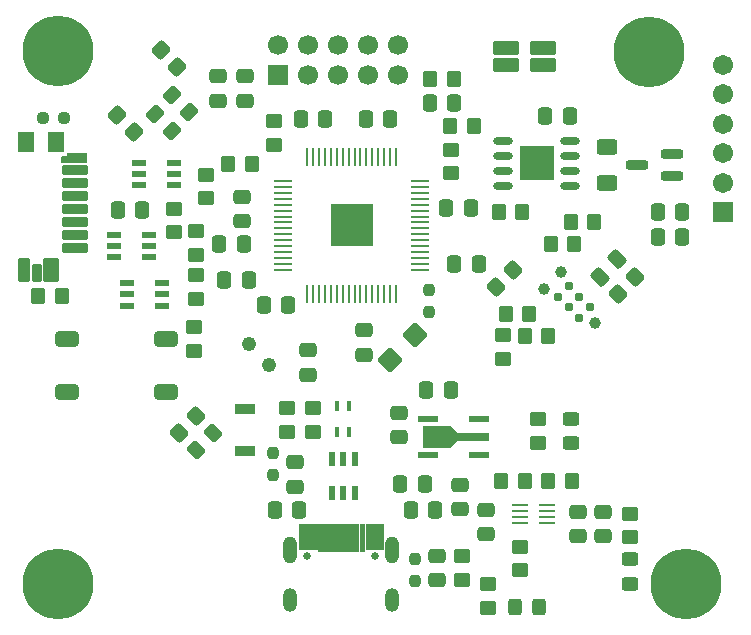
<source format=gbr>
%TF.GenerationSoftware,KiCad,Pcbnew,9.0.3*%
%TF.CreationDate,2026-02-24T03:06:21-05:00*%
%TF.ProjectId,ShamanLink_Rev1,5368616d-616e-44c6-996e-6b5f52657631,rev?*%
%TF.SameCoordinates,Original*%
%TF.FileFunction,Soldermask,Top*%
%TF.FilePolarity,Negative*%
%FSLAX46Y46*%
G04 Gerber Fmt 4.6, Leading zero omitted, Abs format (unit mm)*
G04 Created by KiCad (PCBNEW 9.0.3) date 2026-02-24 03:06:21*
%MOMM*%
%LPD*%
G01*
G04 APERTURE LIST*
G04 Aperture macros list*
%AMRoundRect*
0 Rectangle with rounded corners*
0 $1 Rounding radius*
0 $2 $3 $4 $5 $6 $7 $8 $9 X,Y pos of 4 corners*
0 Add a 4 corners polygon primitive as box body*
4,1,4,$2,$3,$4,$5,$6,$7,$8,$9,$2,$3,0*
0 Add four circle primitives for the rounded corners*
1,1,$1+$1,$2,$3*
1,1,$1+$1,$4,$5*
1,1,$1+$1,$6,$7*
1,1,$1+$1,$8,$9*
0 Add four rect primitives between the rounded corners*
20,1,$1+$1,$2,$3,$4,$5,0*
20,1,$1+$1,$4,$5,$6,$7,0*
20,1,$1+$1,$6,$7,$8,$9,0*
20,1,$1+$1,$8,$9,$2,$3,0*%
%AMFreePoly0*
4,1,40,0.413980,0.858373,0.440042,0.813232,0.441200,0.800000,0.441200,-0.800000,0.426200,-0.841212,0.426200,-1.205000,0.425833,-1.212467,0.423912,-1.231976,0.418478,-1.253670,0.403546,-1.289718,0.387029,-1.314439,0.359439,-1.342029,0.334718,-1.358546,0.298670,-1.373478,0.276976,-1.378912,0.257467,-1.380833,0.250000,-1.381200,0.020000,-1.381200,0.012533,-1.380833,-0.006976,-1.378912,
-0.028670,-1.373478,-0.064718,-1.358546,-0.089439,-1.342029,-0.117029,-1.314439,-0.133546,-1.289718,-0.148478,-1.253670,-0.153912,-1.231976,-0.155833,-1.212467,-0.156200,-1.205000,-0.156200,-0.876200,-0.365000,-0.876200,-0.413980,-0.858373,-0.440042,-0.813232,-0.441200,-0.800000,-0.441200,0.800000,-0.423373,0.848980,-0.378232,0.875042,-0.365000,0.876200,0.365000,0.876200,0.413980,0.858373,
0.413980,0.858373,$1*%
%AMFreePoly1*
4,1,9,0.939800,2.395500,0.304800,1.811300,0.304800,-0.871500,-0.304800,-0.871500,-0.304800,1.811300,-0.939800,2.395500,-0.939800,4.757700,0.939800,4.757700,0.939800,2.395500,0.939800,2.395500,$1*%
G04 Aperture macros list end*
%ADD10C,0.010000*%
%ADD11C,0.000000*%
%ADD12C,0.650000*%
%ADD13O,1.204000X2.304000*%
%ADD14O,1.204000X2.004000*%
%ADD15O,1.649999X0.650001*%
%ADD16R,3.000000X3.000000*%
%ADD17RoundRect,0.076200X-1.000000X0.350000X-1.000000X-0.350000X1.000000X-0.350000X1.000000X0.350000X0*%
%ADD18FreePoly0,270.000000*%
%ADD19RoundRect,0.076200X-0.600000X0.775000X-0.600000X-0.775000X0.600000X-0.775000X0.600000X0.775000X0*%
%ADD20RoundRect,0.076200X-0.450000X0.900000X-0.450000X-0.900000X0.450000X-0.900000X0.450000X0.900000X0*%
%ADD21RoundRect,0.076200X-0.317500X0.700000X-0.317500X-0.700000X0.317500X-0.700000X0.317500X0.700000X0*%
%ADD22RoundRect,0.076200X-0.600000X0.925000X-0.600000X-0.925000X0.600000X-0.925000X0.600000X0.925000X0*%
%ADD23RoundRect,0.102000X-1.000000X-0.450000X1.000000X-0.450000X1.000000X0.450000X-1.000000X0.450000X0*%
%ADD24R,1.412800X0.228600*%
%ADD25C,3.400000*%
%ADD26C,6.000000*%
%ADD27RoundRect,0.237500X-0.237500X0.250000X-0.237500X-0.250000X0.237500X-0.250000X0.237500X0.250000X0*%
%ADD28RoundRect,0.250000X-0.337500X-0.475000X0.337500X-0.475000X0.337500X0.475000X-0.337500X0.475000X0*%
%ADD29RoundRect,0.250000X0.337500X0.475000X-0.337500X0.475000X-0.337500X-0.475000X0.337500X-0.475000X0*%
%ADD30R,1.700000X1.700000*%
%ADD31C,1.700000*%
%ADD32RoundRect,0.250000X0.475000X-0.337500X0.475000X0.337500X-0.475000X0.337500X-0.475000X-0.337500X0*%
%ADD33RoundRect,0.250000X0.450000X-0.350000X0.450000X0.350000X-0.450000X0.350000X-0.450000X-0.350000X0*%
%ADD34RoundRect,0.250000X-0.450000X0.350000X-0.450000X-0.350000X0.450000X-0.350000X0.450000X0.350000X0*%
%ADD35RoundRect,0.250000X-0.475000X0.337500X-0.475000X-0.337500X0.475000X-0.337500X0.475000X0.337500X0*%
%ADD36R,1.181100X0.558800*%
%ADD37R,1.743000X0.533400*%
%ADD38FreePoly1,90.000000*%
%ADD39RoundRect,0.237500X0.250000X0.237500X-0.250000X0.237500X-0.250000X-0.237500X0.250000X-0.237500X0*%
%ADD40RoundRect,0.250000X0.350000X0.450000X-0.350000X0.450000X-0.350000X-0.450000X0.350000X-0.450000X0*%
%ADD41RoundRect,0.250000X0.548008X0.088388X0.088388X0.548008X-0.548008X-0.088388X-0.088388X-0.548008X0*%
%ADD42RoundRect,0.250000X0.450000X-0.325000X0.450000X0.325000X-0.450000X0.325000X-0.450000X-0.325000X0*%
%ADD43R,0.349200X0.856400*%
%ADD44C,1.234000*%
%ADD45RoundRect,0.240000X-0.791960X0.000000X0.000000X-0.791960X0.791960X0.000000X0.000000X0.791960X0*%
%ADD46RoundRect,0.250000X-0.350000X-0.450000X0.350000X-0.450000X0.350000X0.450000X-0.350000X0.450000X0*%
%ADD47RoundRect,0.250000X-0.088388X0.548008X-0.548008X0.088388X0.088388X-0.548008X0.548008X-0.088388X0*%
%ADD48RoundRect,0.250000X0.097227X-0.574524X0.574524X-0.097227X-0.097227X0.574524X-0.574524X0.097227X0*%
%ADD49RoundRect,0.250000X-0.725000X-0.400000X0.725000X-0.400000X0.725000X0.400000X-0.725000X0.400000X0*%
%ADD50RoundRect,0.237500X0.237500X-0.250000X0.237500X0.250000X-0.237500X0.250000X-0.237500X-0.250000X0*%
%ADD51RoundRect,0.250000X-0.070711X0.565685X-0.565685X0.070711X0.070711X-0.565685X0.565685X-0.070711X0*%
%ADD52RoundRect,0.250000X-0.565685X-0.070711X-0.070711X-0.565685X0.565685X0.070711X0.070711X0.565685X0*%
%ADD53RoundRect,0.250000X0.625000X-0.400000X0.625000X0.400000X-0.625000X0.400000X-0.625000X-0.400000X0*%
%ADD54R,1.549400X0.279400*%
%ADD55R,0.279400X1.549400*%
%ADD56R,3.606800X3.606800*%
%ADD57R,1.727200X0.889000*%
%ADD58RoundRect,0.250000X0.070711X-0.565685X0.565685X-0.070711X-0.070711X0.565685X-0.565685X0.070711X0*%
%ADD59R,0.558800X1.181100*%
%ADD60RoundRect,0.250000X0.325000X0.450000X-0.325000X0.450000X-0.325000X-0.450000X0.325000X-0.450000X0*%
%ADD61RoundRect,0.200000X0.750000X0.200000X-0.750000X0.200000X-0.750000X-0.200000X0.750000X-0.200000X0*%
%ADD62C,0.990600*%
%ADD63C,0.787400*%
%ADD64RoundRect,0.102000X0.754000X-0.754000X0.754000X0.754000X-0.754000X0.754000X-0.754000X-0.754000X0*%
%ADD65C,1.712000*%
G04 APERTURE END LIST*
D10*
%TO.C,J6*%
X102030000Y-113430000D02*
X101330000Y-113430000D01*
X101330000Y-111300000D01*
X102030000Y-111300000D01*
X102030000Y-113430000D01*
G36*
X102030000Y-113430000D02*
G01*
X101330000Y-113430000D01*
X101330000Y-111300000D01*
X102030000Y-111300000D01*
X102030000Y-113430000D01*
G37*
X102830000Y-113430000D02*
X102130000Y-113430000D01*
X102130000Y-111300000D01*
X102830000Y-111300000D01*
X102830000Y-113430000D01*
G36*
X102830000Y-113430000D02*
G01*
X102130000Y-113430000D01*
X102130000Y-111300000D01*
X102830000Y-111300000D01*
X102830000Y-113430000D01*
G37*
X103330000Y-113550000D02*
X102930000Y-113550000D01*
X102930000Y-111300000D01*
X103330000Y-111300000D01*
X103330000Y-113550000D01*
G36*
X103330000Y-113550000D02*
G01*
X102930000Y-113550000D01*
X102930000Y-111300000D01*
X103330000Y-111300000D01*
X103330000Y-113550000D01*
G37*
X103830000Y-113550000D02*
X103430000Y-113550000D01*
X103430000Y-111300000D01*
X103830000Y-111300000D01*
X103830000Y-113550000D01*
G36*
X103830000Y-113550000D02*
G01*
X103430000Y-113550000D01*
X103430000Y-111300000D01*
X103830000Y-111300000D01*
X103830000Y-113550000D01*
G37*
X104330000Y-113550000D02*
X103930000Y-113550000D01*
X103930000Y-111300000D01*
X104330000Y-111300000D01*
X104330000Y-113550000D01*
G36*
X104330000Y-113550000D02*
G01*
X103930000Y-113550000D01*
X103930000Y-111300000D01*
X104330000Y-111300000D01*
X104330000Y-113550000D01*
G37*
X104830000Y-113550000D02*
X104430000Y-113550000D01*
X104430000Y-111300000D01*
X104830000Y-111300000D01*
X104830000Y-113550000D01*
G36*
X104830000Y-113550000D02*
G01*
X104430000Y-113550000D01*
X104430000Y-111300000D01*
X104830000Y-111300000D01*
X104830000Y-113550000D01*
G37*
X105330000Y-113550000D02*
X104930000Y-113550000D01*
X104930000Y-111300000D01*
X105330000Y-111300000D01*
X105330000Y-113550000D01*
G36*
X105330000Y-113550000D02*
G01*
X104930000Y-113550000D01*
X104930000Y-111300000D01*
X105330000Y-111300000D01*
X105330000Y-113550000D01*
G37*
X105830000Y-113550000D02*
X105430000Y-113550000D01*
X105430000Y-111300000D01*
X105830000Y-111300000D01*
X105830000Y-113550000D01*
G36*
X105830000Y-113550000D02*
G01*
X105430000Y-113550000D01*
X105430000Y-111300000D01*
X105830000Y-111300000D01*
X105830000Y-113550000D01*
G37*
X106330000Y-113550000D02*
X105930000Y-113550000D01*
X105930000Y-111300000D01*
X106330000Y-111300000D01*
X106330000Y-113550000D01*
G36*
X106330000Y-113550000D02*
G01*
X105930000Y-113550000D01*
X105930000Y-111300000D01*
X106330000Y-111300000D01*
X106330000Y-113550000D01*
G37*
X106830000Y-113550000D02*
X106430000Y-113550000D01*
X106430000Y-111300000D01*
X106830000Y-111300000D01*
X106830000Y-113550000D01*
G36*
X106830000Y-113550000D02*
G01*
X106430000Y-113550000D01*
X106430000Y-111300000D01*
X106830000Y-111300000D01*
X106830000Y-113550000D01*
G37*
X107630000Y-113420000D02*
X106930000Y-113420000D01*
X106930000Y-111300000D01*
X107630000Y-111300000D01*
X107630000Y-113420000D01*
G36*
X107630000Y-113420000D02*
G01*
X106930000Y-113420000D01*
X106930000Y-111300000D01*
X107630000Y-111300000D01*
X107630000Y-113420000D01*
G37*
X108430000Y-113420000D02*
X107730000Y-113420000D01*
X107730000Y-111300000D01*
X108430000Y-111300000D01*
X108430000Y-113420000D01*
G36*
X108430000Y-113420000D02*
G01*
X107730000Y-113420000D01*
X107730000Y-111300000D01*
X108430000Y-111300000D01*
X108430000Y-113420000D01*
G37*
D11*
%TO.C,U3*%
G36*
X114722500Y-103595200D02*
G01*
X115662300Y-103595200D01*
X115662300Y-104204800D01*
X114722500Y-104204800D01*
X114138299Y-104839800D01*
X111776100Y-104839800D01*
X111776100Y-103925400D01*
X111776100Y-103874600D01*
X111776100Y-102960200D01*
X114138299Y-102960200D01*
X114722500Y-103595200D01*
G37*
%TD*%
D12*
%TO.C,J6*%
X101990000Y-114000000D03*
X107770000Y-114000000D03*
D13*
X100560000Y-113500000D03*
X109200000Y-113500000D03*
D14*
X100560000Y-117680000D03*
X109200000Y-117680000D03*
%TD*%
D15*
%TO.C,U2*%
X118600000Y-78830000D03*
X118600000Y-80100000D03*
X118600000Y-81370000D03*
X118600000Y-82640000D03*
X124249999Y-82640000D03*
X124249999Y-81370000D03*
X124249999Y-80100000D03*
X124249999Y-78830000D03*
D16*
X121425001Y-80735000D03*
%TD*%
D17*
%TO.C,J3*%
X82315000Y-87950000D03*
X82315000Y-86850000D03*
X82315000Y-85750000D03*
X82315000Y-84650000D03*
X82315000Y-83550000D03*
X82315000Y-82450000D03*
X82315000Y-81350000D03*
D18*
X82520000Y-80260000D03*
D19*
X80765000Y-78975000D03*
X78175000Y-78975000D03*
D20*
X78025000Y-89800000D03*
D21*
X79142500Y-90000000D03*
D22*
X80325000Y-89775000D03*
%TD*%
D23*
%TO.C,TEST1*%
X121950000Y-71000000D03*
X121950000Y-72400000D03*
X118850000Y-71000000D03*
X118850000Y-72400000D03*
%TD*%
D24*
%TO.C,U4*%
X122300000Y-111200002D03*
X122300000Y-110700001D03*
X122300000Y-110200001D03*
X122300000Y-109700000D03*
X119999998Y-109700000D03*
X119999998Y-110200001D03*
X119999998Y-110700001D03*
X119999998Y-111200002D03*
%TD*%
D25*
%TO.C,H4*%
X80900000Y-71200000D03*
D26*
X80900000Y-71200000D03*
%TD*%
D27*
%TO.C,FB2*%
X112300000Y-91487500D03*
X112300000Y-93312500D03*
%TD*%
D28*
%TO.C,C4*%
X112062500Y-99900000D03*
X114137500Y-99900000D03*
%TD*%
D29*
%TO.C,C37*%
X133737500Y-87000000D03*
X131662500Y-87000000D03*
%TD*%
D30*
%TO.C,J2*%
X99540000Y-73270000D03*
D31*
X99540000Y-70730000D03*
X102080000Y-73270000D03*
X102080000Y-70730000D03*
X104619999Y-73270000D03*
X104620000Y-70730000D03*
X107160000Y-73270000D03*
X107160000Y-70730000D03*
X109700000Y-73270000D03*
X109700000Y-70730000D03*
%TD*%
D32*
%TO.C,C34*%
X101000000Y-108137500D03*
X101000000Y-106062500D03*
%TD*%
%TO.C,C36*%
X113000000Y-116037500D03*
X113000000Y-113962500D03*
%TD*%
D33*
%TO.C,R33*%
X115100000Y-116000000D03*
X115100000Y-114000000D03*
%TD*%
D29*
%TO.C,C27*%
X124237500Y-76700000D03*
X122162500Y-76700000D03*
%TD*%
%TO.C,C3*%
X101337500Y-110100000D03*
X99262500Y-110100000D03*
%TD*%
%TO.C,C17*%
X111937500Y-107900000D03*
X109862500Y-107900000D03*
%TD*%
D34*
%TO.C,R8*%
X92600000Y-90200000D03*
X92600000Y-92200000D03*
%TD*%
D35*
%TO.C,C16*%
X109800000Y-101862500D03*
X109800000Y-103937500D03*
%TD*%
D34*
%TO.C,R9*%
X90700000Y-84600000D03*
X90700000Y-86600000D03*
%TD*%
D29*
%TO.C,C18*%
X112837500Y-110100000D03*
X110762500Y-110100000D03*
%TD*%
D36*
%TO.C,CR1*%
X90700000Y-82600000D03*
X90700000Y-81649999D03*
X90700000Y-80699998D03*
X87766300Y-80699998D03*
X87766300Y-81649999D03*
X87766300Y-82600000D03*
%TD*%
D37*
%TO.C,U3*%
X116533800Y-105400000D03*
D38*
X116533800Y-103900000D03*
D37*
X116533800Y-102400000D03*
X112200000Y-102400000D03*
X112200000Y-105400000D03*
%TD*%
D39*
%TO.C,FB6*%
X81412500Y-76900000D03*
X79587500Y-76900000D03*
%TD*%
D40*
%TO.C,R18*%
X122400000Y-95400000D03*
X120400000Y-95400000D03*
%TD*%
D28*
%TO.C,C41*%
X114462500Y-89300000D03*
X116537500Y-89300000D03*
%TD*%
D41*
%TO.C,RS485RX1*%
X92024784Y-76424784D03*
X90575216Y-74975216D03*
%TD*%
D42*
%TO.C,5V1*%
X124300000Y-104425000D03*
X124300000Y-102375000D03*
%TD*%
D32*
%TO.C,C12*%
X96500000Y-85637500D03*
X96500000Y-83562500D03*
%TD*%
D33*
%TO.C,R14*%
X114200000Y-81600000D03*
X114200000Y-79600000D03*
%TD*%
D28*
%TO.C,C28*%
X112362500Y-75600000D03*
X114437500Y-75600000D03*
%TD*%
D43*
%TO.C,L2*%
X104500002Y-103456400D03*
X104500002Y-101300000D03*
X105500000Y-101300000D03*
X105500000Y-103456400D03*
%TD*%
D44*
%TO.C,Y1*%
X97032234Y-96032234D03*
X98800000Y-97800000D03*
%TD*%
D35*
%TO.C,C24*%
X124900000Y-110262500D03*
X124900000Y-112337500D03*
%TD*%
D45*
%TO.C,L1*%
X109040000Y-97360000D03*
X111160000Y-95240000D03*
%TD*%
D40*
%TO.C,R21*%
X97300000Y-80800000D03*
X95300000Y-80800000D03*
%TD*%
D46*
%TO.C,R7*%
X118400000Y-107600000D03*
X120400000Y-107600000D03*
%TD*%
D29*
%TO.C,C9*%
X97037500Y-90600000D03*
X94962500Y-90600000D03*
%TD*%
D33*
%TO.C,R35*%
X118600000Y-97300000D03*
X118600000Y-95300000D03*
%TD*%
D34*
%TO.C,R11*%
X93400000Y-81700000D03*
X93400000Y-83700000D03*
%TD*%
D40*
%TO.C,R17*%
X114400000Y-73600000D03*
X112400000Y-73600000D03*
%TD*%
D46*
%TO.C,R6*%
X122400000Y-107600000D03*
X124400000Y-107600000D03*
%TD*%
D47*
%TO.C,MICROSD1*%
X94024784Y-103575216D03*
X92575216Y-105024784D03*
%TD*%
D40*
%TO.C,R26*%
X120200000Y-84900000D03*
X118200000Y-84900000D03*
%TD*%
D35*
%TO.C,C33*%
X106800000Y-94862500D03*
X106800000Y-96937500D03*
%TD*%
D32*
%TO.C,C21*%
X114900000Y-110037500D03*
X114900000Y-107962500D03*
%TD*%
D48*
%TO.C,C42*%
X126766377Y-90333623D03*
X128233623Y-88866377D03*
%TD*%
D49*
%TO.C,SW1*%
X81640000Y-95600000D03*
X90000000Y-95600000D03*
X81640000Y-100100000D03*
X90000000Y-100100000D03*
%TD*%
D50*
%TO.C,FB4*%
X99100000Y-107112500D03*
X99100000Y-105287500D03*
%TD*%
D42*
%TO.C,3V3TARGET1*%
X129300000Y-116325000D03*
X129300000Y-114275000D03*
%TD*%
D34*
%TO.C,R4*%
X102500000Y-101500000D03*
X102500000Y-103500000D03*
%TD*%
D40*
%TO.C,R19*%
X120800000Y-93500000D03*
X118800000Y-93500000D03*
%TD*%
D35*
%TO.C,C39*%
X96700000Y-73362500D03*
X96700000Y-75437500D03*
%TD*%
D36*
%TO.C,CR3*%
X89700000Y-92800002D03*
X89700000Y-91850001D03*
X89700000Y-90900000D03*
X86766300Y-90900000D03*
X86766300Y-91850001D03*
X86766300Y-92800002D03*
%TD*%
D25*
%TO.C,H3*%
X134100000Y-116400000D03*
D26*
X134100000Y-116400000D03*
%TD*%
D29*
%TO.C,C31*%
X103537500Y-77000000D03*
X101462500Y-77000000D03*
%TD*%
D51*
%TO.C,R30*%
X92592893Y-102178679D03*
X91178679Y-103592893D03*
%TD*%
D52*
%TO.C,R28*%
X85892893Y-76692893D03*
X87307107Y-78107107D03*
%TD*%
D53*
%TO.C,R13*%
X127400000Y-82450000D03*
X127400000Y-79350000D03*
%TD*%
D35*
%TO.C,C40*%
X94400000Y-73362500D03*
X94400000Y-75437500D03*
%TD*%
D46*
%TO.C,R34*%
X79200000Y-92000000D03*
X81200000Y-92000000D03*
%TD*%
D28*
%TO.C,C25*%
X85962500Y-84700000D03*
X88037500Y-84700000D03*
%TD*%
D35*
%TO.C,C22*%
X117100000Y-110062500D03*
X117100000Y-112137500D03*
%TD*%
D28*
%TO.C,C2*%
X98325000Y-92700000D03*
X100400000Y-92700000D03*
%TD*%
%TO.C,C11*%
X106962500Y-77000000D03*
X109037500Y-77000000D03*
%TD*%
D54*
%TO.C,U1*%
X99971500Y-82250000D03*
X99971500Y-82749999D03*
X99971500Y-83250000D03*
X99971500Y-83749999D03*
X99971500Y-84250001D03*
X99971500Y-84750000D03*
X99971500Y-85249999D03*
X99971500Y-85750000D03*
X99971500Y-86250000D03*
X99971500Y-86750001D03*
X99971500Y-87250000D03*
X99971500Y-87749999D03*
X99971500Y-88250001D03*
X99971500Y-88750000D03*
X99971500Y-89250001D03*
X99971500Y-89750000D03*
D55*
X102000000Y-91778500D03*
X102499999Y-91778500D03*
X103000000Y-91778500D03*
X103499999Y-91778500D03*
X104000001Y-91778500D03*
X104500000Y-91778500D03*
X104999999Y-91778500D03*
X105500000Y-91778500D03*
X106000000Y-91778500D03*
X106500001Y-91778500D03*
X107000000Y-91778500D03*
X107499999Y-91778500D03*
X108000001Y-91778500D03*
X108500000Y-91778500D03*
X109000001Y-91778500D03*
X109500000Y-91778500D03*
D54*
X111528500Y-89750000D03*
X111528500Y-89250001D03*
X111528500Y-88750000D03*
X111528500Y-88250001D03*
X111528500Y-87749999D03*
X111528500Y-87250000D03*
X111528500Y-86750001D03*
X111528500Y-86250000D03*
X111528500Y-85750000D03*
X111528500Y-85249999D03*
X111528500Y-84750000D03*
X111528500Y-84250001D03*
X111528500Y-83749999D03*
X111528500Y-83250000D03*
X111528500Y-82749999D03*
X111528500Y-82250000D03*
D55*
X109500000Y-80221500D03*
X109000001Y-80221500D03*
X108500000Y-80221500D03*
X108000001Y-80221500D03*
X107499999Y-80221500D03*
X107000000Y-80221500D03*
X106500001Y-80221500D03*
X106000000Y-80221500D03*
X105500000Y-80221500D03*
X104999999Y-80221500D03*
X104500000Y-80221500D03*
X104000001Y-80221500D03*
X103499999Y-80221500D03*
X103000000Y-80221500D03*
X102499999Y-80221500D03*
X102000000Y-80221500D03*
D56*
X105750000Y-86000000D03*
%TD*%
D36*
%TO.C,CR2*%
X88566850Y-88700000D03*
X88566850Y-87749999D03*
X88566850Y-86799998D03*
X85633150Y-86799998D03*
X85633150Y-87749999D03*
X85633150Y-88700000D03*
%TD*%
D51*
%TO.C,R37*%
X129707107Y-90392893D03*
X128292893Y-91807107D03*
%TD*%
D28*
%TO.C,C10*%
X113762500Y-84500000D03*
X115837500Y-84500000D03*
%TD*%
D57*
%TO.C,F1*%
X96700000Y-101534700D03*
X96700000Y-105065300D03*
%TD*%
D58*
%TO.C,R36*%
X117992893Y-91207107D03*
X119407107Y-89792893D03*
%TD*%
D59*
%TO.C,CR4*%
X104099998Y-108700000D03*
X105049999Y-108700000D03*
X106000000Y-108700000D03*
X106000000Y-105766300D03*
X105049999Y-105766300D03*
X104099998Y-105766300D03*
%TD*%
D46*
%TO.C,R15*%
X114100000Y-77600000D03*
X116100000Y-77600000D03*
%TD*%
D29*
%TO.C,C15*%
X96637500Y-87600000D03*
X94562500Y-87600000D03*
%TD*%
D60*
%TO.C,3V3USB1*%
X121624999Y-118300000D03*
X119575001Y-118300000D03*
%TD*%
D25*
%TO.C,H1*%
X130900000Y-71300000D03*
D26*
X130900000Y-71300000D03*
%TD*%
D52*
%TO.C,R29*%
X89592893Y-71192893D03*
X91007107Y-72607107D03*
%TD*%
D34*
%TO.C,R24*%
X129300000Y-110400000D03*
X129300000Y-112400000D03*
%TD*%
D35*
%TO.C,C19*%
X127000000Y-110262500D03*
X127000000Y-112337500D03*
%TD*%
D33*
%TO.C,R3*%
X100300000Y-103500000D03*
X100300000Y-101500000D03*
%TD*%
D29*
%TO.C,C38*%
X133737500Y-84900000D03*
X131662500Y-84900000D03*
%TD*%
D61*
%TO.C,D2*%
X132900000Y-81850000D03*
X132900000Y-79950000D03*
X129900000Y-80900000D03*
%TD*%
D34*
%TO.C,R10*%
X99200000Y-77200000D03*
X99200000Y-79200000D03*
%TD*%
D62*
%TO.C,J5*%
X126370440Y-94280240D03*
X122059917Y-91406558D03*
X123496758Y-89969717D03*
D63*
X125921427Y-92933202D03*
X125023402Y-93831227D03*
X125023402Y-92035176D03*
X124125376Y-92933202D03*
X124125376Y-91137151D03*
X123227351Y-92035176D03*
%TD*%
D50*
%TO.C,FB3*%
X111100000Y-116112500D03*
X111100000Y-114287500D03*
%TD*%
D40*
%TO.C,R25*%
X126300000Y-85700000D03*
X124300000Y-85700000D03*
%TD*%
D32*
%TO.C,C1*%
X102100000Y-98637500D03*
X102100000Y-96562500D03*
%TD*%
D64*
%TO.C,J1*%
X137200000Y-84900000D03*
D65*
X137200000Y-82400000D03*
X137200000Y-79900000D03*
X137200000Y-77400000D03*
X137200000Y-74900000D03*
X137200000Y-72400000D03*
%TD*%
D25*
%TO.C,H2*%
X80900000Y-116400000D03*
D26*
X80900000Y-116400000D03*
%TD*%
D41*
%TO.C,RS485TX1*%
X90524784Y-78024784D03*
X89075216Y-76575216D03*
%TD*%
D40*
%TO.C,R20*%
X124600000Y-87600000D03*
X122600000Y-87600000D03*
%TD*%
D33*
%TO.C,R22*%
X121500000Y-104400000D03*
X121500000Y-102400000D03*
%TD*%
%TO.C,R12*%
X92600000Y-88500000D03*
X92600000Y-86500000D03*
%TD*%
%TO.C,R5*%
X92400000Y-96600000D03*
X92400000Y-94600000D03*
%TD*%
D34*
%TO.C,R23*%
X117300000Y-116400000D03*
X117300000Y-118400000D03*
%TD*%
D33*
%TO.C,RST1*%
X120000000Y-115200000D03*
X120000000Y-113200000D03*
%TD*%
M02*

</source>
